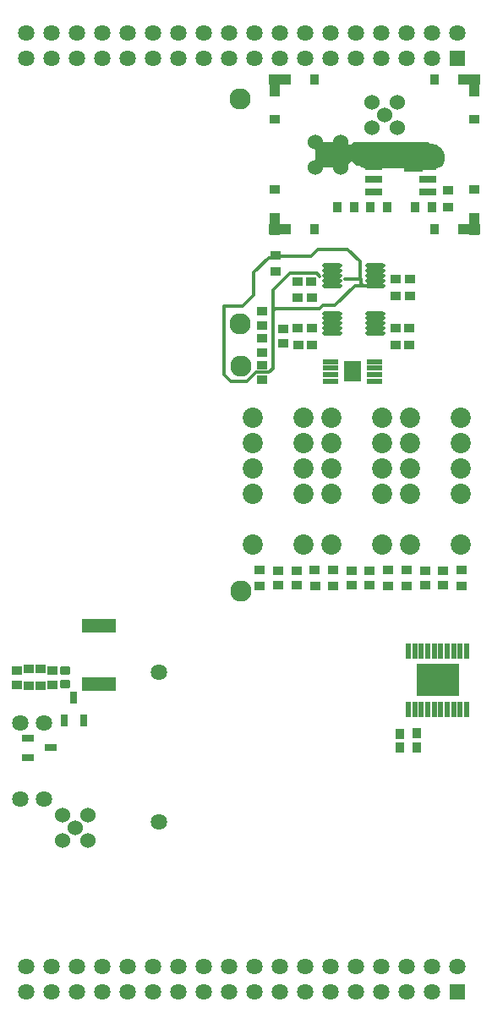
<source format=gts>
G04*
G04 #@! TF.GenerationSoftware,Altium Limited,Altium Designer,22.4.2 (48)*
G04*
G04 Layer_Color=8388736*
%FSLAX25Y25*%
%MOIN*%
G70*
G04*
G04 #@! TF.SameCoordinates,E5745D08-F9CE-4C29-B98A-B9AF3F0705EB*
G04*
G04*
G04 #@! TF.FilePolarity,Negative*
G04*
G01*
G75*
%ADD15C,0.01181*%
%ADD16R,0.13492X0.05815*%
%ADD17R,0.04437X0.03650*%
%ADD18R,0.03650X0.04437*%
%ADD19R,0.08768X0.04437*%
%ADD20R,0.04437X0.08768*%
%ADD21R,0.03650X0.04043*%
%ADD22R,0.06504X0.03059*%
%ADD23R,0.04043X0.03650*%
%ADD24R,0.02272X0.06209*%
%ADD25R,0.17035X0.12705*%
%ADD26O,0.07980X0.01681*%
%ADD27R,0.06110X0.02272*%
%ADD28R,0.07114X0.07902*%
%ADD29R,0.02862X0.04634*%
G04:AMPARAMS|DCode=30|XSize=40.43mil|YSize=36.5mil|CornerRadius=10.37mil|HoleSize=0mil|Usage=FLASHONLY|Rotation=180.000|XOffset=0mil|YOffset=0mil|HoleType=Round|Shape=RoundedRectangle|*
%AMROUNDEDRECTD30*
21,1,0.04043,0.01575,0,0,180.0*
21,1,0.01968,0.03650,0,0,180.0*
1,1,0.02075,-0.00984,0.00787*
1,1,0.02075,0.00984,0.00787*
1,1,0.02075,0.00984,-0.00787*
1,1,0.02075,-0.00984,-0.00787*
%
%ADD30ROUNDEDRECTD30*%
%ADD31R,0.04634X0.02862*%
%ADD32C,0.06406*%
%ADD33C,0.06012*%
%ADD34C,0.07980*%
%ADD35C,0.08374*%
%ADD36R,0.06406X0.06406*%
G36*
X138347Y-51968D02*
X175057D01*
X175856Y-52768D01*
X177856Y-56268D01*
Y-59768D01*
X177356Y-60268D01*
X177325Y-60236D01*
X169856D01*
Y-62768D01*
X162356D01*
Y-60236D01*
X143740D01*
X141651Y-58147D01*
X138893Y-60905D01*
X127284D01*
Y-50906D01*
X137284D01*
X138347Y-51968D01*
D02*
G37*
D15*
X177856Y-57268D02*
G03*
X172856Y-52268I-5000J0D01*
G01*
X144356Y-59268D02*
G03*
X143149Y-58768I-1207J-1207D01*
G01*
X144356Y-59268D02*
G03*
X147978Y-60768I3621J3621D01*
G01*
X175033D02*
G03*
X177856Y-57945I0J2823D01*
G01*
X139002Y-105118D02*
X145276D01*
X167856Y-51768D02*
X171856D01*
X164356D02*
X167856D01*
X160356D02*
X164356D01*
X156856D02*
X160356D01*
X153356D02*
X156856D01*
X149356D02*
X153356D01*
X145356D02*
X149356D01*
X142720D02*
X145356D01*
X141339Y-53150D02*
X142720Y-51768D01*
X91339Y-142520D02*
Y-115748D01*
X98819D01*
X103150Y-111417D02*
Y-102362D01*
X98819Y-115748D02*
X103150Y-111417D01*
Y-102362D02*
X108937Y-96575D01*
X110827D01*
X112284Y-96063D02*
X125591D01*
X128347Y-93307D01*
X140157D01*
X144882Y-104724D02*
Y-98032D01*
X140157Y-93307D02*
X144882Y-98032D01*
X159356Y-60768D02*
X164175D01*
X150356D02*
X164175D01*
X150356D02*
X155356D01*
X130185Y-55597D02*
X150185D01*
X145276Y-106670D02*
Y-105118D01*
X146086Y-107480D02*
X147072D01*
X143061D02*
X146086D01*
X147072D02*
X151083D01*
X145276Y-106670D02*
X146086Y-107480D01*
X127953Y-102756D02*
X129028Y-103831D01*
X117323Y-102756D02*
X127953D01*
X110630Y-109449D02*
X117323Y-102756D01*
X110630Y-110928D02*
Y-109449D01*
Y-117717D02*
Y-110928D01*
X91339Y-142520D02*
X94095Y-145276D01*
X100394D01*
X103937Y-141732D01*
X109055D02*
X110630Y-140157D01*
X103937Y-141732D02*
X109055D01*
X110630Y-140157D02*
Y-117717D01*
X111811Y-116535D01*
X129134D01*
X130315Y-115354D01*
X135187D01*
X143061Y-107480D01*
D16*
X42126Y-264665D02*
D03*
Y-241634D02*
D03*
D17*
X111356Y-42126D02*
D03*
X111356Y-69685D02*
D03*
X190096Y-42126D02*
D03*
X190096Y-69685D02*
D03*
D18*
X127104Y-26378D02*
D03*
X127104Y-85433D02*
D03*
X174348Y-26378D02*
D03*
X174348Y-85433D02*
D03*
D19*
X113522Y-26378D02*
D03*
X113522Y-85433D02*
D03*
X187931Y-26378D02*
D03*
X187931Y-85433D02*
D03*
D20*
X111356Y-28543D02*
D03*
X111356Y-83268D02*
D03*
X190096Y-28543D02*
D03*
X190096Y-83268D02*
D03*
D21*
X155585Y-76768D02*
D03*
X149049Y-76807D02*
D03*
X136128Y-76768D02*
D03*
X142663Y-76728D02*
D03*
X173356Y-76768D02*
D03*
X166821Y-76807D02*
D03*
X160817Y-284146D02*
D03*
X167353Y-284106D02*
D03*
X160817Y-289646D02*
D03*
X167353Y-289606D02*
D03*
D22*
X150356Y-55768D02*
D03*
Y-60768D02*
D03*
Y-65768D02*
D03*
Y-70768D02*
D03*
X171711D02*
D03*
Y-65768D02*
D03*
Y-60768D02*
D03*
Y-55768D02*
D03*
D23*
X179856Y-76496D02*
D03*
X179817Y-69961D02*
D03*
X112702Y-220079D02*
D03*
Y-225590D02*
D03*
X148851Y-220079D02*
D03*
Y-225590D02*
D03*
X177770Y-220079D02*
D03*
Y-225590D02*
D03*
X170540Y-220079D02*
D03*
Y-225590D02*
D03*
X119932Y-220079D02*
D03*
Y-225590D02*
D03*
X141621Y-220079D02*
D03*
Y-225590D02*
D03*
X106299Y-138976D02*
D03*
Y-144488D02*
D03*
Y-128347D02*
D03*
Y-133858D02*
D03*
X106299Y-117717D02*
D03*
Y-123228D02*
D03*
X111850Y-102126D02*
D03*
X111811Y-95591D02*
D03*
X164555Y-105138D02*
D03*
X164594Y-111673D02*
D03*
X159055Y-105138D02*
D03*
X159095Y-111673D02*
D03*
X164469Y-124429D02*
D03*
X164508Y-130965D02*
D03*
X158968Y-124429D02*
D03*
X159008Y-130965D02*
D03*
X120552Y-130850D02*
D03*
X120513Y-124315D02*
D03*
X126071Y-130850D02*
D03*
X126031Y-124315D02*
D03*
X125839Y-105811D02*
D03*
X125878Y-112346D02*
D03*
X120339Y-105811D02*
D03*
X120378Y-112346D02*
D03*
X114567Y-124803D02*
D03*
Y-130315D02*
D03*
X185000Y-219567D02*
D03*
X185039Y-226102D02*
D03*
X105512D02*
D03*
X105472Y-219567D02*
D03*
X127201Y-226102D02*
D03*
X127162Y-219567D02*
D03*
X156120Y-226102D02*
D03*
X156081Y-219567D02*
D03*
X163311D02*
D03*
X163350Y-226102D02*
D03*
X134431D02*
D03*
X134391Y-219567D02*
D03*
X14293Y-258724D02*
D03*
X14332Y-265260D02*
D03*
X18959Y-258724D02*
D03*
X18999Y-265260D02*
D03*
X23665Y-259315D02*
D03*
Y-264827D02*
D03*
X9665D02*
D03*
Y-259315D02*
D03*
D24*
X164028Y-274606D02*
D03*
X166587D02*
D03*
X169147D02*
D03*
X171705D02*
D03*
X174265D02*
D03*
X176824D02*
D03*
X179383D02*
D03*
X181942D02*
D03*
X184501D02*
D03*
X187060D02*
D03*
Y-251575D02*
D03*
X184501D02*
D03*
X181942D02*
D03*
X179383D02*
D03*
X176824D02*
D03*
X174265D02*
D03*
X171705D02*
D03*
X169147D02*
D03*
X166587D02*
D03*
X164028D02*
D03*
D25*
X175544Y-263091D02*
D03*
D26*
X151083Y-107480D02*
D03*
Y-105512D02*
D03*
Y-103543D02*
D03*
Y-101575D02*
D03*
Y-99606D02*
D03*
X133957Y-107480D02*
D03*
Y-105512D02*
D03*
Y-103543D02*
D03*
Y-101575D02*
D03*
Y-99606D02*
D03*
X151083Y-126378D02*
D03*
Y-124409D02*
D03*
Y-122441D02*
D03*
Y-120472D02*
D03*
Y-118504D02*
D03*
X133957Y-126378D02*
D03*
Y-124409D02*
D03*
Y-122441D02*
D03*
Y-120472D02*
D03*
Y-118504D02*
D03*
D27*
X150835Y-145177D02*
D03*
Y-142618D02*
D03*
Y-140059D02*
D03*
Y-137500D02*
D03*
X133417D02*
D03*
Y-140059D02*
D03*
Y-142618D02*
D03*
Y-145177D02*
D03*
D28*
X142126Y-141339D02*
D03*
D29*
X32165Y-270004D02*
D03*
X35906Y-279059D02*
D03*
X28425D02*
D03*
D30*
X28665Y-259276D02*
D03*
Y-264787D02*
D03*
D31*
X13976Y-286024D02*
D03*
Y-293504D02*
D03*
X23031Y-289764D02*
D03*
D32*
X11024Y-309882D02*
D03*
Y-279882D02*
D03*
X20472D02*
D03*
Y-309882D02*
D03*
X65748Y-318898D02*
D03*
Y-259842D02*
D03*
X173425Y-385827D02*
D03*
X163425D02*
D03*
X153425D02*
D03*
X143425D02*
D03*
X133425D02*
D03*
X123425D02*
D03*
X113425D02*
D03*
X103425D02*
D03*
Y-375827D02*
D03*
X123425D02*
D03*
X133425D02*
D03*
X143425D02*
D03*
X183425D02*
D03*
X173425D02*
D03*
X163425D02*
D03*
X153425D02*
D03*
X113425D02*
D03*
X93425Y-385827D02*
D03*
Y-375827D02*
D03*
X83425Y-385827D02*
D03*
Y-375827D02*
D03*
X73425Y-385827D02*
D03*
Y-375827D02*
D03*
X63425Y-385827D02*
D03*
Y-375827D02*
D03*
X53425Y-385827D02*
D03*
Y-375827D02*
D03*
X43425Y-385827D02*
D03*
Y-375827D02*
D03*
X33425Y-385827D02*
D03*
Y-375827D02*
D03*
X23425Y-385827D02*
D03*
Y-375827D02*
D03*
X13425Y-385827D02*
D03*
Y-375827D02*
D03*
Y-7874D02*
D03*
Y-17874D02*
D03*
X23425Y-7874D02*
D03*
Y-17874D02*
D03*
X33425Y-7874D02*
D03*
Y-17874D02*
D03*
X43425Y-7874D02*
D03*
Y-17874D02*
D03*
X53425Y-7874D02*
D03*
Y-17874D02*
D03*
X63425Y-7874D02*
D03*
Y-17874D02*
D03*
X73425Y-7874D02*
D03*
Y-17874D02*
D03*
X83425Y-7874D02*
D03*
Y-17874D02*
D03*
X93425Y-7874D02*
D03*
Y-17874D02*
D03*
X103425Y-7874D02*
D03*
Y-17874D02*
D03*
X113425Y-7874D02*
D03*
Y-17874D02*
D03*
X123425Y-7874D02*
D03*
Y-17874D02*
D03*
X133425Y-7874D02*
D03*
Y-17874D02*
D03*
X143425Y-7874D02*
D03*
Y-17874D02*
D03*
X153425Y-7874D02*
D03*
Y-17874D02*
D03*
X163425Y-7874D02*
D03*
Y-17874D02*
D03*
X173425Y-7874D02*
D03*
Y-17874D02*
D03*
X183425Y-7874D02*
D03*
D33*
X27677Y-326260D02*
D03*
Y-316260D02*
D03*
X37677D02*
D03*
Y-326260D02*
D03*
X32677Y-321260D02*
D03*
X159787Y-45175D02*
D03*
Y-35175D02*
D03*
X149787D02*
D03*
Y-45175D02*
D03*
X154787Y-40175D02*
D03*
X127284Y-60905D02*
D03*
X137284D02*
D03*
Y-50906D02*
D03*
X127284D02*
D03*
X132283Y-55905D02*
D03*
D34*
X153807Y-209681D02*
D03*
Y-189681D02*
D03*
Y-179681D02*
D03*
Y-169681D02*
D03*
Y-159681D02*
D03*
X133807D02*
D03*
Y-179681D02*
D03*
Y-209681D02*
D03*
Y-189681D02*
D03*
Y-169681D02*
D03*
X164807Y-209681D02*
D03*
Y-189681D02*
D03*
Y-179681D02*
D03*
Y-169681D02*
D03*
Y-159681D02*
D03*
X184807D02*
D03*
Y-169681D02*
D03*
Y-179681D02*
D03*
Y-189681D02*
D03*
Y-209681D02*
D03*
X102807D02*
D03*
Y-189681D02*
D03*
Y-179681D02*
D03*
Y-169681D02*
D03*
Y-159681D02*
D03*
X122807D02*
D03*
Y-169681D02*
D03*
Y-179681D02*
D03*
Y-189681D02*
D03*
Y-209681D02*
D03*
D35*
X97736Y-122591D02*
D03*
Y-34008D02*
D03*
X97862Y-228047D02*
D03*
Y-139465D02*
D03*
D36*
X183425Y-385827D02*
D03*
Y-17874D02*
D03*
M02*

</source>
